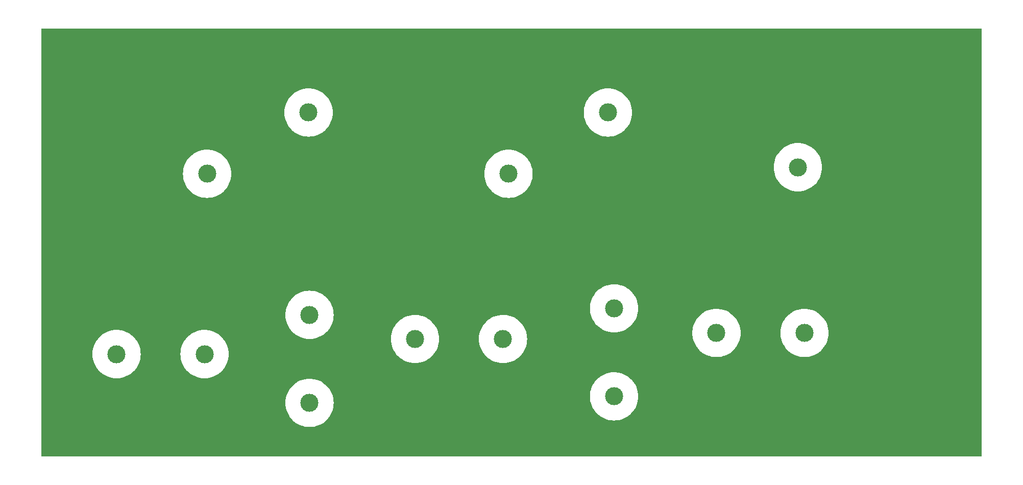
<source format=gbr>
%TF.GenerationSoftware,KiCad,Pcbnew,8.0.5-8.0.5-0~ubuntu24.04.1*%
%TF.CreationDate,2024-10-15T10:42:27+02:00*%
%TF.ProjectId,diplexer,6469706c-6578-4657-922e-6b696361645f,rev?*%
%TF.SameCoordinates,Original*%
%TF.FileFunction,Copper,L2,Bot*%
%TF.FilePolarity,Positive*%
%FSLAX46Y46*%
G04 Gerber Fmt 4.6, Leading zero omitted, Abs format (unit mm)*
G04 Created by KiCad (PCBNEW 8.0.5-8.0.5-0~ubuntu24.04.1) date 2024-10-15 10:42:27*
%MOMM*%
%LPD*%
G01*
G04 APERTURE LIST*
%TA.AperFunction,ComponentPad*%
%ADD10C,3.000000*%
%TD*%
%TA.AperFunction,ComponentPad*%
%ADD11C,5.600000*%
%TD*%
G04 APERTURE END LIST*
D10*
%TO.P,L10,1,1*%
%TO.N,Net-(J1-In)*%
X44987500Y-83500000D03*
%TO.P,L10,2,2*%
%TO.N,Net-(C16-Pad1)*%
X59587500Y-83500000D03*
%TD*%
D11*
%TO.P,J5,1,Pin_1*%
%TO.N,GND*%
X36000000Y-33000000D03*
%TD*%
D10*
%TO.P,L2,1,1*%
%TO.N,Net-(C12-Pad2)*%
X76840000Y-43440000D03*
%TO.P,L2,2,2*%
%TO.N,GND*%
X91440000Y-43440000D03*
%TD*%
%TO.P,L4,1,1*%
%TO.N,Net-(C14-Pad2)*%
X126487500Y-43440000D03*
%TO.P,L4,2,2*%
%TO.N,GND*%
X141087500Y-43440000D03*
%TD*%
%TO.P,L6,1,1*%
%TO.N,Net-(C19-Pad1)*%
X144487500Y-80000000D03*
%TO.P,L6,2,2*%
%TO.N,Net-(J3-In)*%
X159087500Y-80000000D03*
%TD*%
D11*
%TO.P,J7,1,Pin_1*%
%TO.N,GND*%
X185000000Y-33000000D03*
%TD*%
D10*
%TO.P,L7,1,1*%
%TO.N,Net-(C18-Pad1)*%
X127500000Y-90512500D03*
%TO.P,L7,2,2*%
%TO.N,Net-(C19-Pad1)*%
X127500000Y-75912500D03*
%TD*%
%TO.P,L9,1,1*%
%TO.N,Net-(C16-Pad1)*%
X77000000Y-91600000D03*
%TO.P,L9,2,2*%
%TO.N,Net-(C17-Pad1)*%
X77000000Y-77000000D03*
%TD*%
D11*
%TO.P,J11,1,Pin_1*%
%TO.N,GND*%
X185000000Y-65000000D03*
%TD*%
%TO.P,J10,1,Pin_1*%
%TO.N,GND*%
X134000000Y-65000000D03*
%TD*%
%TO.P,J8,1,Pin_1*%
%TO.N,GND*%
X50000000Y-65000000D03*
%TD*%
D10*
%TO.P,L8,1,1*%
%TO.N,Net-(C17-Pad1)*%
X94487500Y-81000000D03*
%TO.P,L8,2,2*%
%TO.N,Net-(C18-Pad1)*%
X109087500Y-81000000D03*
%TD*%
%TO.P,L1,1,1*%
%TO.N,Net-(C1-Pad2)*%
X60000000Y-53600000D03*
%TO.P,L1,2,2*%
%TO.N,GND*%
X60000000Y-39000000D03*
%TD*%
D11*
%TO.P,J6,1,Pin_1*%
%TO.N,GND*%
X185000000Y-97000000D03*
%TD*%
D10*
%TO.P,L5,1,1*%
%TO.N,Net-(J2-In)*%
X158000000Y-52512500D03*
%TO.P,L5,2,2*%
%TO.N,GND*%
X158000000Y-37912500D03*
%TD*%
%TO.P,L3,1,1*%
%TO.N,Net-(C13-Pad2)*%
X110000000Y-53600000D03*
%TO.P,L3,2,2*%
%TO.N,GND*%
X110000000Y-39000000D03*
%TD*%
D11*
%TO.P,J4,1,Pin_1*%
%TO.N,GND*%
X36000000Y-97000000D03*
%TD*%
%TO.P,J9,1,Pin_1*%
%TO.N,GND*%
X96000000Y-65000000D03*
%TD*%
%TA.AperFunction,Conductor*%
%TO.N,GND*%
G36*
X188442539Y-29520185D02*
G01*
X188488294Y-29572989D01*
X188499500Y-29624500D01*
X188499500Y-100375500D01*
X188479815Y-100442539D01*
X188427011Y-100488294D01*
X188375500Y-100499500D01*
X32624500Y-100499500D01*
X32557461Y-100479815D01*
X32511706Y-100427011D01*
X32500500Y-100375500D01*
X32500500Y-91600000D01*
X72994675Y-91600000D01*
X73013962Y-91992591D01*
X73013962Y-91992597D01*
X73013963Y-91992599D01*
X73071637Y-92381406D01*
X73167143Y-92762684D01*
X73299561Y-93132770D01*
X73299562Y-93132772D01*
X73467620Y-93488100D01*
X73539877Y-93608653D01*
X73669694Y-93825239D01*
X73682723Y-93842807D01*
X73903846Y-94140956D01*
X74167807Y-94432192D01*
X74459043Y-94696153D01*
X74459049Y-94696158D01*
X74774761Y-94930306D01*
X74774763Y-94930307D01*
X75111899Y-95132379D01*
X75111902Y-95132380D01*
X75111903Y-95132381D01*
X75467228Y-95300438D01*
X75837316Y-95432857D01*
X76218600Y-95528364D01*
X76607409Y-95586038D01*
X77000000Y-95605325D01*
X77392591Y-95586038D01*
X77781400Y-95528364D01*
X78162684Y-95432857D01*
X78532772Y-95300438D01*
X78888097Y-95132381D01*
X79225239Y-94930306D01*
X79540951Y-94696158D01*
X79832192Y-94432192D01*
X80096158Y-94140951D01*
X80330306Y-93825239D01*
X80532381Y-93488097D01*
X80700438Y-93132772D01*
X80832857Y-92762684D01*
X80928364Y-92381400D01*
X80986038Y-91992591D01*
X81005325Y-91600000D01*
X80986038Y-91207409D01*
X80928364Y-90818600D01*
X80851690Y-90512500D01*
X123494675Y-90512500D01*
X123513962Y-90905091D01*
X123513962Y-90905097D01*
X123513963Y-90905099D01*
X123571637Y-91293906D01*
X123667143Y-91675184D01*
X123799561Y-92045270D01*
X123799562Y-92045272D01*
X123967620Y-92400600D01*
X124169692Y-92737736D01*
X124169694Y-92737739D01*
X124188194Y-92762684D01*
X124403846Y-93053456D01*
X124667807Y-93344692D01*
X124959043Y-93608653D01*
X124959049Y-93608658D01*
X125274761Y-93842806D01*
X125274763Y-93842807D01*
X125611899Y-94044879D01*
X125611902Y-94044880D01*
X125611903Y-94044881D01*
X125967228Y-94212938D01*
X126337316Y-94345357D01*
X126718600Y-94440864D01*
X127107409Y-94498538D01*
X127500000Y-94517825D01*
X127892591Y-94498538D01*
X128281400Y-94440864D01*
X128662684Y-94345357D01*
X129032772Y-94212938D01*
X129388097Y-94044881D01*
X129725239Y-93842806D01*
X130040951Y-93608658D01*
X130332192Y-93344692D01*
X130596158Y-93053451D01*
X130830306Y-92737739D01*
X131032381Y-92400597D01*
X131200438Y-92045272D01*
X131332857Y-91675184D01*
X131428364Y-91293900D01*
X131486038Y-90905091D01*
X131505325Y-90512500D01*
X131486038Y-90119909D01*
X131428364Y-89731100D01*
X131332857Y-89349816D01*
X131200438Y-88979728D01*
X131032381Y-88624403D01*
X130830306Y-88287261D01*
X130596158Y-87971549D01*
X130530912Y-87899561D01*
X130332192Y-87680307D01*
X130040956Y-87416346D01*
X129928384Y-87332857D01*
X129725239Y-87182194D01*
X129725236Y-87182192D01*
X129388100Y-86980120D01*
X129032772Y-86812062D01*
X129032770Y-86812061D01*
X128662684Y-86679643D01*
X128281406Y-86584137D01*
X128281401Y-86584136D01*
X128281400Y-86584136D01*
X128137256Y-86562754D01*
X127892599Y-86526463D01*
X127892597Y-86526462D01*
X127892591Y-86526462D01*
X127500000Y-86507175D01*
X127107409Y-86526462D01*
X127107403Y-86526462D01*
X127107400Y-86526463D01*
X126718593Y-86584137D01*
X126337315Y-86679643D01*
X125967229Y-86812061D01*
X125967227Y-86812062D01*
X125611899Y-86980120D01*
X125274763Y-87182192D01*
X124959043Y-87416346D01*
X124667807Y-87680307D01*
X124403846Y-87971543D01*
X124169692Y-88287263D01*
X123967620Y-88624399D01*
X123799562Y-88979727D01*
X123799561Y-88979729D01*
X123667143Y-89349815D01*
X123571637Y-89731093D01*
X123521777Y-90067227D01*
X123513962Y-90119909D01*
X123494675Y-90512500D01*
X80851690Y-90512500D01*
X80832857Y-90437316D01*
X80700438Y-90067228D01*
X80532381Y-89711903D01*
X80330306Y-89374761D01*
X80096158Y-89059049D01*
X80096153Y-89059043D01*
X79832192Y-88767807D01*
X79540956Y-88503846D01*
X79225236Y-88269692D01*
X78888100Y-88067620D01*
X78532772Y-87899562D01*
X78532770Y-87899561D01*
X78162684Y-87767143D01*
X77781406Y-87671637D01*
X77781401Y-87671636D01*
X77781400Y-87671636D01*
X77637256Y-87650254D01*
X77392599Y-87613963D01*
X77392597Y-87613962D01*
X77392591Y-87613962D01*
X77000000Y-87594675D01*
X76607409Y-87613962D01*
X76607403Y-87613962D01*
X76607400Y-87613963D01*
X76218593Y-87671637D01*
X75837315Y-87767143D01*
X75467229Y-87899561D01*
X75467227Y-87899562D01*
X75111899Y-88067620D01*
X74774763Y-88269692D01*
X74459043Y-88503846D01*
X74167807Y-88767807D01*
X73903846Y-89059043D01*
X73669692Y-89374763D01*
X73467620Y-89711899D01*
X73299562Y-90067227D01*
X73299561Y-90067229D01*
X73167143Y-90437315D01*
X73071637Y-90818593D01*
X73071636Y-90818600D01*
X73013962Y-91207409D01*
X72994675Y-91600000D01*
X32500500Y-91600000D01*
X32500500Y-83500000D01*
X40982175Y-83500000D01*
X41001462Y-83892591D01*
X41001462Y-83892597D01*
X41001463Y-83892599D01*
X41059137Y-84281406D01*
X41154643Y-84662684D01*
X41287061Y-85032770D01*
X41287062Y-85032772D01*
X41455120Y-85388100D01*
X41657192Y-85725236D01*
X41891346Y-86040956D01*
X42155307Y-86332192D01*
X42446543Y-86596153D01*
X42446549Y-86596158D01*
X42762261Y-86830306D01*
X42762263Y-86830307D01*
X43099399Y-87032379D01*
X43099402Y-87032380D01*
X43099403Y-87032381D01*
X43454728Y-87200438D01*
X43824816Y-87332857D01*
X44206100Y-87428364D01*
X44594909Y-87486038D01*
X44987500Y-87505325D01*
X45380091Y-87486038D01*
X45768900Y-87428364D01*
X46150184Y-87332857D01*
X46520272Y-87200438D01*
X46875597Y-87032381D01*
X47212739Y-86830306D01*
X47528451Y-86596158D01*
X47819692Y-86332192D01*
X48083658Y-86040951D01*
X48317806Y-85725239D01*
X48519881Y-85388097D01*
X48687938Y-85032772D01*
X48820357Y-84662684D01*
X48915864Y-84281400D01*
X48973538Y-83892591D01*
X48992825Y-83500000D01*
X55582175Y-83500000D01*
X55601462Y-83892591D01*
X55601462Y-83892597D01*
X55601463Y-83892599D01*
X55659137Y-84281406D01*
X55754643Y-84662684D01*
X55887061Y-85032770D01*
X55887062Y-85032772D01*
X56055120Y-85388100D01*
X56257192Y-85725236D01*
X56491346Y-86040956D01*
X56755307Y-86332192D01*
X57046543Y-86596153D01*
X57046549Y-86596158D01*
X57362261Y-86830306D01*
X57362263Y-86830307D01*
X57699399Y-87032379D01*
X57699402Y-87032380D01*
X57699403Y-87032381D01*
X58054728Y-87200438D01*
X58424816Y-87332857D01*
X58806100Y-87428364D01*
X59194909Y-87486038D01*
X59587500Y-87505325D01*
X59980091Y-87486038D01*
X60368900Y-87428364D01*
X60750184Y-87332857D01*
X61120272Y-87200438D01*
X61475597Y-87032381D01*
X61812739Y-86830306D01*
X62128451Y-86596158D01*
X62419692Y-86332192D01*
X62683658Y-86040951D01*
X62917806Y-85725239D01*
X63119881Y-85388097D01*
X63287938Y-85032772D01*
X63420357Y-84662684D01*
X63515864Y-84281400D01*
X63573538Y-83892591D01*
X63592825Y-83500000D01*
X63573538Y-83107409D01*
X63515864Y-82718600D01*
X63420357Y-82337316D01*
X63287938Y-81967228D01*
X63119881Y-81611903D01*
X62917806Y-81274761D01*
X62683658Y-80959049D01*
X62655845Y-80928362D01*
X62419692Y-80667807D01*
X62128456Y-80403846D01*
X62113291Y-80392599D01*
X61812739Y-80169694D01*
X61690052Y-80096158D01*
X61475600Y-79967620D01*
X61120272Y-79799562D01*
X61120270Y-79799561D01*
X60750184Y-79667143D01*
X60368906Y-79571637D01*
X60368901Y-79571636D01*
X60368900Y-79571636D01*
X60162071Y-79540956D01*
X59980099Y-79513963D01*
X59980097Y-79513962D01*
X59980091Y-79513962D01*
X59587500Y-79494675D01*
X59194909Y-79513962D01*
X59194903Y-79513962D01*
X59194900Y-79513963D01*
X58806093Y-79571637D01*
X58424815Y-79667143D01*
X58054729Y-79799561D01*
X58054727Y-79799562D01*
X57699399Y-79967620D01*
X57362263Y-80169692D01*
X57046543Y-80403846D01*
X56755307Y-80667807D01*
X56491346Y-80959043D01*
X56257192Y-81274763D01*
X56055120Y-81611899D01*
X55887062Y-81967227D01*
X55887061Y-81967229D01*
X55754643Y-82337315D01*
X55659137Y-82718593D01*
X55603132Y-83096153D01*
X55601462Y-83107409D01*
X55582175Y-83500000D01*
X48992825Y-83500000D01*
X48973538Y-83107409D01*
X48915864Y-82718600D01*
X48820357Y-82337316D01*
X48687938Y-81967228D01*
X48519881Y-81611903D01*
X48317806Y-81274761D01*
X48083658Y-80959049D01*
X48055845Y-80928362D01*
X47819692Y-80667807D01*
X47528456Y-80403846D01*
X47513291Y-80392599D01*
X47212739Y-80169694D01*
X47090052Y-80096158D01*
X46875600Y-79967620D01*
X46520272Y-79799562D01*
X46520270Y-79799561D01*
X46150184Y-79667143D01*
X45768906Y-79571637D01*
X45768901Y-79571636D01*
X45768900Y-79571636D01*
X45562071Y-79540956D01*
X45380099Y-79513963D01*
X45380097Y-79513962D01*
X45380091Y-79513962D01*
X44987500Y-79494675D01*
X44594909Y-79513962D01*
X44594903Y-79513962D01*
X44594900Y-79513963D01*
X44206093Y-79571637D01*
X43824815Y-79667143D01*
X43454729Y-79799561D01*
X43454727Y-79799562D01*
X43099399Y-79967620D01*
X42762263Y-80169692D01*
X42446543Y-80403846D01*
X42155307Y-80667807D01*
X41891346Y-80959043D01*
X41657192Y-81274763D01*
X41455120Y-81611899D01*
X41287062Y-81967227D01*
X41287061Y-81967229D01*
X41154643Y-82337315D01*
X41059137Y-82718593D01*
X41003132Y-83096153D01*
X41001462Y-83107409D01*
X40982175Y-83500000D01*
X32500500Y-83500000D01*
X32500500Y-77000000D01*
X72994675Y-77000000D01*
X73013962Y-77392591D01*
X73013962Y-77392597D01*
X73013963Y-77392599D01*
X73071637Y-77781406D01*
X73167143Y-78162684D01*
X73299561Y-78532770D01*
X73299562Y-78532772D01*
X73467620Y-78888100D01*
X73665715Y-79218600D01*
X73669694Y-79225239D01*
X73883826Y-79513963D01*
X73903846Y-79540956D01*
X74167807Y-79832192D01*
X74317228Y-79967619D01*
X74459049Y-80096158D01*
X74774761Y-80330306D01*
X74774763Y-80330307D01*
X75111899Y-80532379D01*
X75111902Y-80532380D01*
X75111903Y-80532381D01*
X75467228Y-80700438D01*
X75837316Y-80832857D01*
X76218600Y-80928364D01*
X76607409Y-80986038D01*
X77000000Y-81005325D01*
X77108392Y-81000000D01*
X90482175Y-81000000D01*
X90501462Y-81392591D01*
X90501462Y-81392597D01*
X90501463Y-81392599D01*
X90559137Y-81781406D01*
X90654643Y-82162684D01*
X90787061Y-82532770D01*
X90787062Y-82532772D01*
X90955120Y-82888100D01*
X91157192Y-83225236D01*
X91391346Y-83540956D01*
X91655307Y-83832192D01*
X91846329Y-84005324D01*
X91946549Y-84096158D01*
X92262261Y-84330306D01*
X92262263Y-84330307D01*
X92599399Y-84532379D01*
X92599402Y-84532380D01*
X92599403Y-84532381D01*
X92954728Y-84700438D01*
X93324816Y-84832857D01*
X93706100Y-84928364D01*
X94094909Y-84986038D01*
X94487500Y-85005325D01*
X94880091Y-84986038D01*
X95268900Y-84928364D01*
X95650184Y-84832857D01*
X96020272Y-84700438D01*
X96375597Y-84532381D01*
X96712739Y-84330306D01*
X97028451Y-84096158D01*
X97319692Y-83832192D01*
X97583658Y-83540951D01*
X97817806Y-83225239D01*
X98019881Y-82888097D01*
X98187938Y-82532772D01*
X98320357Y-82162684D01*
X98415864Y-81781400D01*
X98473538Y-81392591D01*
X98492825Y-81000000D01*
X105082175Y-81000000D01*
X105101462Y-81392591D01*
X105101462Y-81392597D01*
X105101463Y-81392599D01*
X105159137Y-81781406D01*
X105254643Y-82162684D01*
X105387061Y-82532770D01*
X105387062Y-82532772D01*
X105555120Y-82888100D01*
X105757192Y-83225236D01*
X105991346Y-83540956D01*
X106255307Y-83832192D01*
X106446329Y-84005324D01*
X106546549Y-84096158D01*
X106862261Y-84330306D01*
X106862263Y-84330307D01*
X107199399Y-84532379D01*
X107199402Y-84532380D01*
X107199403Y-84532381D01*
X107554728Y-84700438D01*
X107924816Y-84832857D01*
X108306100Y-84928364D01*
X108694909Y-84986038D01*
X109087500Y-85005325D01*
X109480091Y-84986038D01*
X109868900Y-84928364D01*
X110250184Y-84832857D01*
X110620272Y-84700438D01*
X110975597Y-84532381D01*
X111312739Y-84330306D01*
X111628451Y-84096158D01*
X111919692Y-83832192D01*
X112183658Y-83540951D01*
X112417806Y-83225239D01*
X112619881Y-82888097D01*
X112787938Y-82532772D01*
X112920357Y-82162684D01*
X113015864Y-81781400D01*
X113073538Y-81392591D01*
X113092825Y-81000000D01*
X113073538Y-80607409D01*
X113015864Y-80218600D01*
X112961107Y-80000000D01*
X140482175Y-80000000D01*
X140501462Y-80392591D01*
X140501462Y-80392597D01*
X140501463Y-80392599D01*
X140522197Y-80532379D01*
X140547126Y-80700438D01*
X140559137Y-80781406D01*
X140654643Y-81162684D01*
X140787061Y-81532770D01*
X140787062Y-81532772D01*
X140955120Y-81888100D01*
X141157192Y-82225236D01*
X141391346Y-82540956D01*
X141655307Y-82832192D01*
X141946543Y-83096153D01*
X141946549Y-83096158D01*
X142262261Y-83330306D01*
X142262263Y-83330307D01*
X142599399Y-83532379D01*
X142599402Y-83532380D01*
X142599403Y-83532381D01*
X142954728Y-83700438D01*
X143324816Y-83832857D01*
X143706100Y-83928364D01*
X144094909Y-83986038D01*
X144487500Y-84005325D01*
X144880091Y-83986038D01*
X145268900Y-83928364D01*
X145650184Y-83832857D01*
X146020272Y-83700438D01*
X146375597Y-83532381D01*
X146712739Y-83330306D01*
X147028451Y-83096158D01*
X147319692Y-82832192D01*
X147583658Y-82540951D01*
X147817806Y-82225239D01*
X148019881Y-81888097D01*
X148187938Y-81532772D01*
X148320357Y-81162684D01*
X148415864Y-80781400D01*
X148473538Y-80392591D01*
X148492825Y-80000000D01*
X155082175Y-80000000D01*
X155101462Y-80392591D01*
X155101462Y-80392597D01*
X155101463Y-80392599D01*
X155122197Y-80532379D01*
X155147126Y-80700438D01*
X155159137Y-80781406D01*
X155254643Y-81162684D01*
X155387061Y-81532770D01*
X155387062Y-81532772D01*
X155555120Y-81888100D01*
X155757192Y-82225236D01*
X155991346Y-82540956D01*
X156255307Y-82832192D01*
X156546543Y-83096153D01*
X156546549Y-83096158D01*
X156862261Y-83330306D01*
X156862263Y-83330307D01*
X157199399Y-83532379D01*
X157199402Y-83532380D01*
X157199403Y-83532381D01*
X157554728Y-83700438D01*
X157924816Y-83832857D01*
X158306100Y-83928364D01*
X158694909Y-83986038D01*
X159087500Y-84005325D01*
X159480091Y-83986038D01*
X159868900Y-83928364D01*
X160250184Y-83832857D01*
X160620272Y-83700438D01*
X160975597Y-83532381D01*
X161312739Y-83330306D01*
X161628451Y-83096158D01*
X161919692Y-82832192D01*
X162183658Y-82540951D01*
X162417806Y-82225239D01*
X162619881Y-81888097D01*
X162787938Y-81532772D01*
X162920357Y-81162684D01*
X163015864Y-80781400D01*
X163073538Y-80392591D01*
X163092825Y-80000000D01*
X163073538Y-79607409D01*
X163015864Y-79218600D01*
X162920357Y-78837316D01*
X162787938Y-78467228D01*
X162619881Y-78111903D01*
X162417806Y-77774761D01*
X162183658Y-77459049D01*
X162183653Y-77459043D01*
X161919692Y-77167807D01*
X161628456Y-76903846D01*
X161312736Y-76669692D01*
X160975600Y-76467620D01*
X160620272Y-76299562D01*
X160620270Y-76299561D01*
X160250184Y-76167143D01*
X159868906Y-76071637D01*
X159868901Y-76071636D01*
X159868900Y-76071636D01*
X159724756Y-76050254D01*
X159480099Y-76013963D01*
X159480097Y-76013962D01*
X159480091Y-76013962D01*
X159087500Y-75994675D01*
X158694909Y-76013962D01*
X158694903Y-76013962D01*
X158694900Y-76013963D01*
X158306093Y-76071637D01*
X157924815Y-76167143D01*
X157554729Y-76299561D01*
X157554727Y-76299562D01*
X157199399Y-76467620D01*
X156862263Y-76669692D01*
X156546543Y-76903846D01*
X156255307Y-77167807D01*
X155991346Y-77459043D01*
X155757192Y-77774763D01*
X155555120Y-78111899D01*
X155387062Y-78467227D01*
X155387061Y-78467229D01*
X155254643Y-78837315D01*
X155159137Y-79218593D01*
X155122256Y-79467229D01*
X155101462Y-79607409D01*
X155082175Y-80000000D01*
X148492825Y-80000000D01*
X148473538Y-79607409D01*
X148415864Y-79218600D01*
X148320357Y-78837316D01*
X148187938Y-78467228D01*
X148019881Y-78111903D01*
X147817806Y-77774761D01*
X147583658Y-77459049D01*
X147583653Y-77459043D01*
X147319692Y-77167807D01*
X147028456Y-76903846D01*
X146712736Y-76669692D01*
X146375600Y-76467620D01*
X146020272Y-76299562D01*
X146020270Y-76299561D01*
X145650184Y-76167143D01*
X145268906Y-76071637D01*
X145268901Y-76071636D01*
X145268900Y-76071636D01*
X145124756Y-76050254D01*
X144880099Y-76013963D01*
X144880097Y-76013962D01*
X144880091Y-76013962D01*
X144487500Y-75994675D01*
X144094909Y-76013962D01*
X144094903Y-76013962D01*
X144094900Y-76013963D01*
X143706093Y-76071637D01*
X143324815Y-76167143D01*
X142954729Y-76299561D01*
X142954727Y-76299562D01*
X142599399Y-76467620D01*
X142262263Y-76669692D01*
X141946543Y-76903846D01*
X141655307Y-77167807D01*
X141391346Y-77459043D01*
X141157192Y-77774763D01*
X140955120Y-78111899D01*
X140787062Y-78467227D01*
X140787061Y-78467229D01*
X140654643Y-78837315D01*
X140559137Y-79218593D01*
X140522256Y-79467229D01*
X140501462Y-79607409D01*
X140482175Y-80000000D01*
X112961107Y-80000000D01*
X112920357Y-79837316D01*
X112787938Y-79467228D01*
X112619881Y-79111903D01*
X112557998Y-79008658D01*
X112417807Y-78774763D01*
X112395505Y-78744692D01*
X112183658Y-78459049D01*
X112178589Y-78453456D01*
X111919692Y-78167807D01*
X111628456Y-77903846D01*
X111312736Y-77669692D01*
X110975600Y-77467620D01*
X110620272Y-77299562D01*
X110620270Y-77299561D01*
X110250184Y-77167143D01*
X109868906Y-77071637D01*
X109868901Y-77071636D01*
X109868900Y-77071636D01*
X109724756Y-77050254D01*
X109480099Y-77013963D01*
X109480097Y-77013962D01*
X109480091Y-77013962D01*
X109087500Y-76994675D01*
X108694909Y-77013962D01*
X108694903Y-77013962D01*
X108694900Y-77013963D01*
X108306093Y-77071637D01*
X107924815Y-77167143D01*
X107554729Y-77299561D01*
X107554727Y-77299562D01*
X107199399Y-77467620D01*
X106862263Y-77669692D01*
X106546543Y-77903846D01*
X106255307Y-78167807D01*
X105991346Y-78459043D01*
X105757192Y-78774763D01*
X105555120Y-79111899D01*
X105387062Y-79467227D01*
X105387061Y-79467229D01*
X105254643Y-79837315D01*
X105159137Y-80218593D01*
X105112592Y-80532379D01*
X105101462Y-80607409D01*
X105082175Y-81000000D01*
X98492825Y-81000000D01*
X98473538Y-80607409D01*
X98415864Y-80218600D01*
X98320357Y-79837316D01*
X98187938Y-79467228D01*
X98019881Y-79111903D01*
X97957998Y-79008658D01*
X97817807Y-78774763D01*
X97795505Y-78744692D01*
X97583658Y-78459049D01*
X97578589Y-78453456D01*
X97319692Y-78167807D01*
X97028456Y-77903846D01*
X96712736Y-77669692D01*
X96375600Y-77467620D01*
X96020272Y-77299562D01*
X96020270Y-77299561D01*
X95650184Y-77167143D01*
X95268906Y-77071637D01*
X95268901Y-77071636D01*
X95268900Y-77071636D01*
X95124756Y-77050254D01*
X94880099Y-77013963D01*
X94880097Y-77013962D01*
X94880091Y-77013962D01*
X94487500Y-76994675D01*
X94094909Y-77013962D01*
X94094903Y-77013962D01*
X94094900Y-77013963D01*
X93706093Y-77071637D01*
X93324815Y-77167143D01*
X92954729Y-77299561D01*
X92954727Y-77299562D01*
X92599399Y-77467620D01*
X92262263Y-77669692D01*
X91946543Y-77903846D01*
X91655307Y-78167807D01*
X91391346Y-78459043D01*
X91157192Y-78774763D01*
X90955120Y-79111899D01*
X90787062Y-79467227D01*
X90787061Y-79467229D01*
X90654643Y-79837315D01*
X90559137Y-80218593D01*
X90512592Y-80532379D01*
X90501462Y-80607409D01*
X90482175Y-81000000D01*
X77108392Y-81000000D01*
X77392591Y-80986038D01*
X77781400Y-80928364D01*
X78162684Y-80832857D01*
X78532772Y-80700438D01*
X78888097Y-80532381D01*
X79225239Y-80330306D01*
X79540951Y-80096158D01*
X79832192Y-79832192D01*
X80096158Y-79540951D01*
X80330306Y-79225239D01*
X80532381Y-78888097D01*
X80700438Y-78532772D01*
X80832857Y-78162684D01*
X80928364Y-77781400D01*
X80986038Y-77392591D01*
X81005325Y-77000000D01*
X80986038Y-76607409D01*
X80928364Y-76218600D01*
X80851690Y-75912500D01*
X123494675Y-75912500D01*
X123513962Y-76305091D01*
X123513962Y-76305097D01*
X123513963Y-76305099D01*
X123571637Y-76693906D01*
X123667143Y-77075184D01*
X123799561Y-77445270D01*
X123799562Y-77445272D01*
X123967620Y-77800600D01*
X124169692Y-78137736D01*
X124169694Y-78137739D01*
X124188194Y-78162684D01*
X124403846Y-78453456D01*
X124667807Y-78744692D01*
X124959043Y-79008653D01*
X124959049Y-79008658D01*
X125274761Y-79242806D01*
X125274763Y-79242807D01*
X125611899Y-79444879D01*
X125611902Y-79444880D01*
X125611903Y-79444881D01*
X125967228Y-79612938D01*
X126337316Y-79745357D01*
X126718600Y-79840864D01*
X127107409Y-79898538D01*
X127500000Y-79917825D01*
X127892591Y-79898538D01*
X128281400Y-79840864D01*
X128662684Y-79745357D01*
X129032772Y-79612938D01*
X129388097Y-79444881D01*
X129725239Y-79242806D01*
X130040951Y-79008658D01*
X130332192Y-78744692D01*
X130596158Y-78453451D01*
X130830306Y-78137739D01*
X131032381Y-77800597D01*
X131200438Y-77445272D01*
X131332857Y-77075184D01*
X131428364Y-76693900D01*
X131486038Y-76305091D01*
X131505325Y-75912500D01*
X131486038Y-75519909D01*
X131428364Y-75131100D01*
X131332857Y-74749816D01*
X131200438Y-74379728D01*
X131032381Y-74024403D01*
X130830306Y-73687261D01*
X130596158Y-73371549D01*
X130530912Y-73299561D01*
X130332192Y-73080307D01*
X130040956Y-72816346D01*
X129725236Y-72582192D01*
X129388100Y-72380120D01*
X129032772Y-72212062D01*
X129032770Y-72212061D01*
X128662684Y-72079643D01*
X128281406Y-71984137D01*
X128281401Y-71984136D01*
X128281400Y-71984136D01*
X128137256Y-71962754D01*
X127892599Y-71926463D01*
X127892597Y-71926462D01*
X127892591Y-71926462D01*
X127500000Y-71907175D01*
X127107409Y-71926462D01*
X127107403Y-71926462D01*
X127107400Y-71926463D01*
X126718593Y-71984137D01*
X126337315Y-72079643D01*
X125967229Y-72212061D01*
X125967227Y-72212062D01*
X125611899Y-72380120D01*
X125274763Y-72582192D01*
X124959043Y-72816346D01*
X124667807Y-73080307D01*
X124403846Y-73371543D01*
X124169692Y-73687263D01*
X123967620Y-74024399D01*
X123799562Y-74379727D01*
X123799561Y-74379729D01*
X123667143Y-74749815D01*
X123571637Y-75131093D01*
X123521777Y-75467227D01*
X123513962Y-75519909D01*
X123494675Y-75912500D01*
X80851690Y-75912500D01*
X80832857Y-75837316D01*
X80700438Y-75467228D01*
X80532381Y-75111903D01*
X80330306Y-74774761D01*
X80096158Y-74459049D01*
X80096153Y-74459043D01*
X79832192Y-74167807D01*
X79540956Y-73903846D01*
X79225236Y-73669692D01*
X78888100Y-73467620D01*
X78532772Y-73299562D01*
X78532770Y-73299561D01*
X78162684Y-73167143D01*
X77781406Y-73071637D01*
X77781401Y-73071636D01*
X77781400Y-73071636D01*
X77637256Y-73050254D01*
X77392599Y-73013963D01*
X77392597Y-73013962D01*
X77392591Y-73013962D01*
X77000000Y-72994675D01*
X76607409Y-73013962D01*
X76607403Y-73013962D01*
X76607400Y-73013963D01*
X76218593Y-73071637D01*
X75837315Y-73167143D01*
X75467229Y-73299561D01*
X75467227Y-73299562D01*
X75111899Y-73467620D01*
X74774763Y-73669692D01*
X74459043Y-73903846D01*
X74167807Y-74167807D01*
X73903846Y-74459043D01*
X73669692Y-74774763D01*
X73467620Y-75111899D01*
X73299562Y-75467227D01*
X73299561Y-75467229D01*
X73167143Y-75837315D01*
X73071637Y-76218593D01*
X73034698Y-76467620D01*
X73013962Y-76607409D01*
X72994675Y-77000000D01*
X32500500Y-77000000D01*
X32500500Y-53600000D01*
X55994675Y-53600000D01*
X56013962Y-53992591D01*
X56013962Y-53992597D01*
X56013963Y-53992599D01*
X56071637Y-54381406D01*
X56167143Y-54762684D01*
X56299561Y-55132770D01*
X56299562Y-55132772D01*
X56467620Y-55488100D01*
X56539877Y-55608653D01*
X56669694Y-55825239D01*
X56682723Y-55842807D01*
X56903846Y-56140956D01*
X57167807Y-56432192D01*
X57459043Y-56696153D01*
X57459049Y-56696158D01*
X57774761Y-56930306D01*
X57774763Y-56930307D01*
X58111899Y-57132379D01*
X58111902Y-57132380D01*
X58111903Y-57132381D01*
X58467228Y-57300438D01*
X58837316Y-57432857D01*
X59218600Y-57528364D01*
X59607409Y-57586038D01*
X60000000Y-57605325D01*
X60392591Y-57586038D01*
X60781400Y-57528364D01*
X61162684Y-57432857D01*
X61532772Y-57300438D01*
X61888097Y-57132381D01*
X62225239Y-56930306D01*
X62540951Y-56696158D01*
X62832192Y-56432192D01*
X63096158Y-56140951D01*
X63330306Y-55825239D01*
X63532381Y-55488097D01*
X63700438Y-55132772D01*
X63832857Y-54762684D01*
X63928364Y-54381400D01*
X63986038Y-53992591D01*
X64005325Y-53600000D01*
X105994675Y-53600000D01*
X106013962Y-53992591D01*
X106013962Y-53992597D01*
X106013963Y-53992599D01*
X106071637Y-54381406D01*
X106167143Y-54762684D01*
X106299561Y-55132770D01*
X106299562Y-55132772D01*
X106467620Y-55488100D01*
X106539877Y-55608653D01*
X106669694Y-55825239D01*
X106682723Y-55842807D01*
X106903846Y-56140956D01*
X107167807Y-56432192D01*
X107459043Y-56696153D01*
X107459049Y-56696158D01*
X107774761Y-56930306D01*
X107774763Y-56930307D01*
X108111899Y-57132379D01*
X108111902Y-57132380D01*
X108111903Y-57132381D01*
X108467228Y-57300438D01*
X108837316Y-57432857D01*
X109218600Y-57528364D01*
X109607409Y-57586038D01*
X110000000Y-57605325D01*
X110392591Y-57586038D01*
X110781400Y-57528364D01*
X111162684Y-57432857D01*
X111532772Y-57300438D01*
X111888097Y-57132381D01*
X112225239Y-56930306D01*
X112540951Y-56696158D01*
X112832192Y-56432192D01*
X113096158Y-56140951D01*
X113330306Y-55825239D01*
X113532381Y-55488097D01*
X113700438Y-55132772D01*
X113832857Y-54762684D01*
X113928364Y-54381400D01*
X113986038Y-53992591D01*
X114005325Y-53600000D01*
X113986038Y-53207409D01*
X113928364Y-52818600D01*
X113851690Y-52512500D01*
X153994675Y-52512500D01*
X154013962Y-52905091D01*
X154013962Y-52905097D01*
X154013963Y-52905099D01*
X154071637Y-53293906D01*
X154167143Y-53675184D01*
X154299561Y-54045270D01*
X154299562Y-54045272D01*
X154467620Y-54400600D01*
X154669692Y-54737736D01*
X154669694Y-54737739D01*
X154688194Y-54762684D01*
X154903846Y-55053456D01*
X155167807Y-55344692D01*
X155459043Y-55608653D01*
X155459049Y-55608658D01*
X155774761Y-55842806D01*
X155774763Y-55842807D01*
X156111899Y-56044879D01*
X156111902Y-56044880D01*
X156111903Y-56044881D01*
X156467228Y-56212938D01*
X156837316Y-56345357D01*
X157218600Y-56440864D01*
X157607409Y-56498538D01*
X158000000Y-56517825D01*
X158392591Y-56498538D01*
X158781400Y-56440864D01*
X159162684Y-56345357D01*
X159532772Y-56212938D01*
X159888097Y-56044881D01*
X160225239Y-55842806D01*
X160540951Y-55608658D01*
X160832192Y-55344692D01*
X161096158Y-55053451D01*
X161330306Y-54737739D01*
X161532381Y-54400597D01*
X161700438Y-54045272D01*
X161832857Y-53675184D01*
X161928364Y-53293900D01*
X161986038Y-52905091D01*
X162005325Y-52512500D01*
X161986038Y-52119909D01*
X161928364Y-51731100D01*
X161832857Y-51349816D01*
X161700438Y-50979728D01*
X161532381Y-50624403D01*
X161330306Y-50287261D01*
X161096158Y-49971549D01*
X161030912Y-49899561D01*
X160832192Y-49680307D01*
X160540956Y-49416346D01*
X160225236Y-49182192D01*
X159888100Y-48980120D01*
X159532772Y-48812062D01*
X159532770Y-48812061D01*
X159162684Y-48679643D01*
X158781406Y-48584137D01*
X158781401Y-48584136D01*
X158781400Y-48584136D01*
X158637256Y-48562754D01*
X158392599Y-48526463D01*
X158392597Y-48526462D01*
X158392591Y-48526462D01*
X158000000Y-48507175D01*
X157607409Y-48526462D01*
X157607403Y-48526462D01*
X157607400Y-48526463D01*
X157218593Y-48584137D01*
X156837315Y-48679643D01*
X156467229Y-48812061D01*
X156467227Y-48812062D01*
X156111899Y-48980120D01*
X155774763Y-49182192D01*
X155459043Y-49416346D01*
X155167807Y-49680307D01*
X154903846Y-49971543D01*
X154669692Y-50287263D01*
X154467620Y-50624399D01*
X154299562Y-50979727D01*
X154299561Y-50979729D01*
X154167143Y-51349815D01*
X154071637Y-51731093D01*
X154021777Y-52067227D01*
X154013962Y-52119909D01*
X153994675Y-52512500D01*
X113851690Y-52512500D01*
X113832857Y-52437316D01*
X113700438Y-52067228D01*
X113532381Y-51711903D01*
X113330306Y-51374761D01*
X113096158Y-51059049D01*
X113096153Y-51059043D01*
X112832192Y-50767807D01*
X112540956Y-50503846D01*
X112225236Y-50269692D01*
X111888100Y-50067620D01*
X111532772Y-49899562D01*
X111532770Y-49899561D01*
X111162684Y-49767143D01*
X110781406Y-49671637D01*
X110781401Y-49671636D01*
X110781400Y-49671636D01*
X110637256Y-49650254D01*
X110392599Y-49613963D01*
X110392597Y-49613962D01*
X110392591Y-49613962D01*
X110000000Y-49594675D01*
X109607409Y-49613962D01*
X109607403Y-49613962D01*
X109607400Y-49613963D01*
X109218593Y-49671637D01*
X108837315Y-49767143D01*
X108467229Y-49899561D01*
X108467227Y-49899562D01*
X108111899Y-50067620D01*
X107774763Y-50269692D01*
X107459043Y-50503846D01*
X107167807Y-50767807D01*
X106903846Y-51059043D01*
X106669692Y-51374763D01*
X106467620Y-51711899D01*
X106299562Y-52067227D01*
X106299561Y-52067229D01*
X106167143Y-52437315D01*
X106071637Y-52818593D01*
X106071636Y-52818600D01*
X106013962Y-53207409D01*
X105994675Y-53600000D01*
X64005325Y-53600000D01*
X63986038Y-53207409D01*
X63928364Y-52818600D01*
X63832857Y-52437316D01*
X63700438Y-52067228D01*
X63532381Y-51711903D01*
X63330306Y-51374761D01*
X63096158Y-51059049D01*
X63096153Y-51059043D01*
X62832192Y-50767807D01*
X62540956Y-50503846D01*
X62225236Y-50269692D01*
X61888100Y-50067620D01*
X61532772Y-49899562D01*
X61532770Y-49899561D01*
X61162684Y-49767143D01*
X60781406Y-49671637D01*
X60781401Y-49671636D01*
X60781400Y-49671636D01*
X60637256Y-49650254D01*
X60392599Y-49613963D01*
X60392597Y-49613962D01*
X60392591Y-49613962D01*
X60000000Y-49594675D01*
X59607409Y-49613962D01*
X59607403Y-49613962D01*
X59607400Y-49613963D01*
X59218593Y-49671637D01*
X58837315Y-49767143D01*
X58467229Y-49899561D01*
X58467227Y-49899562D01*
X58111899Y-50067620D01*
X57774763Y-50269692D01*
X57459043Y-50503846D01*
X57167807Y-50767807D01*
X56903846Y-51059043D01*
X56669692Y-51374763D01*
X56467620Y-51711899D01*
X56299562Y-52067227D01*
X56299561Y-52067229D01*
X56167143Y-52437315D01*
X56071637Y-52818593D01*
X56071636Y-52818600D01*
X56013962Y-53207409D01*
X55994675Y-53600000D01*
X32500500Y-53600000D01*
X32500500Y-43440000D01*
X72834675Y-43440000D01*
X72853962Y-43832591D01*
X72853962Y-43832597D01*
X72853963Y-43832599D01*
X72911637Y-44221406D01*
X73007143Y-44602684D01*
X73139561Y-44972770D01*
X73139562Y-44972772D01*
X73307620Y-45328100D01*
X73509692Y-45665236D01*
X73743846Y-45980956D01*
X74007807Y-46272192D01*
X74299043Y-46536153D01*
X74299049Y-46536158D01*
X74614761Y-46770306D01*
X74614763Y-46770307D01*
X74951899Y-46972379D01*
X74951902Y-46972380D01*
X74951903Y-46972381D01*
X75307228Y-47140438D01*
X75677316Y-47272857D01*
X76058600Y-47368364D01*
X76447409Y-47426038D01*
X76840000Y-47445325D01*
X77232591Y-47426038D01*
X77621400Y-47368364D01*
X78002684Y-47272857D01*
X78372772Y-47140438D01*
X78728097Y-46972381D01*
X79065239Y-46770306D01*
X79380951Y-46536158D01*
X79672192Y-46272192D01*
X79936158Y-45980951D01*
X80170306Y-45665239D01*
X80372381Y-45328097D01*
X80540438Y-44972772D01*
X80672857Y-44602684D01*
X80768364Y-44221400D01*
X80826038Y-43832591D01*
X80845325Y-43440000D01*
X122482175Y-43440000D01*
X122501462Y-43832591D01*
X122501462Y-43832597D01*
X122501463Y-43832599D01*
X122559137Y-44221406D01*
X122654643Y-44602684D01*
X122787061Y-44972770D01*
X122787062Y-44972772D01*
X122955120Y-45328100D01*
X123157192Y-45665236D01*
X123391346Y-45980956D01*
X123655307Y-46272192D01*
X123946543Y-46536153D01*
X123946549Y-46536158D01*
X124262261Y-46770306D01*
X124262263Y-46770307D01*
X124599399Y-46972379D01*
X124599402Y-46972380D01*
X124599403Y-46972381D01*
X124954728Y-47140438D01*
X125324816Y-47272857D01*
X125706100Y-47368364D01*
X126094909Y-47426038D01*
X126487500Y-47445325D01*
X126880091Y-47426038D01*
X127268900Y-47368364D01*
X127650184Y-47272857D01*
X128020272Y-47140438D01*
X128375597Y-46972381D01*
X128712739Y-46770306D01*
X129028451Y-46536158D01*
X129319692Y-46272192D01*
X129583658Y-45980951D01*
X129817806Y-45665239D01*
X130019881Y-45328097D01*
X130187938Y-44972772D01*
X130320357Y-44602684D01*
X130415864Y-44221400D01*
X130473538Y-43832591D01*
X130492825Y-43440000D01*
X130473538Y-43047409D01*
X130415864Y-42658600D01*
X130320357Y-42277316D01*
X130187938Y-41907228D01*
X130019881Y-41551903D01*
X129817806Y-41214761D01*
X129583658Y-40899049D01*
X129583653Y-40899043D01*
X129319692Y-40607807D01*
X129028456Y-40343846D01*
X128712736Y-40109692D01*
X128375600Y-39907620D01*
X128020272Y-39739562D01*
X128020270Y-39739561D01*
X127650184Y-39607143D01*
X127268906Y-39511637D01*
X127268901Y-39511636D01*
X127268900Y-39511636D01*
X127124756Y-39490254D01*
X126880099Y-39453963D01*
X126880097Y-39453962D01*
X126880091Y-39453962D01*
X126487500Y-39434675D01*
X126094909Y-39453962D01*
X126094903Y-39453962D01*
X126094900Y-39453963D01*
X125706093Y-39511637D01*
X125324815Y-39607143D01*
X124954729Y-39739561D01*
X124954727Y-39739562D01*
X124599399Y-39907620D01*
X124262263Y-40109692D01*
X123946543Y-40343846D01*
X123655307Y-40607807D01*
X123391346Y-40899043D01*
X123157192Y-41214763D01*
X122955120Y-41551899D01*
X122787062Y-41907227D01*
X122787061Y-41907229D01*
X122654643Y-42277315D01*
X122559137Y-42658593D01*
X122559136Y-42658600D01*
X122501462Y-43047409D01*
X122482175Y-43440000D01*
X80845325Y-43440000D01*
X80826038Y-43047409D01*
X80768364Y-42658600D01*
X80672857Y-42277316D01*
X80540438Y-41907228D01*
X80372381Y-41551903D01*
X80170306Y-41214761D01*
X79936158Y-40899049D01*
X79936153Y-40899043D01*
X79672192Y-40607807D01*
X79380956Y-40343846D01*
X79065236Y-40109692D01*
X78728100Y-39907620D01*
X78372772Y-39739562D01*
X78372770Y-39739561D01*
X78002684Y-39607143D01*
X77621406Y-39511637D01*
X77621401Y-39511636D01*
X77621400Y-39511636D01*
X77477256Y-39490254D01*
X77232599Y-39453963D01*
X77232597Y-39453962D01*
X77232591Y-39453962D01*
X76840000Y-39434675D01*
X76447409Y-39453962D01*
X76447403Y-39453962D01*
X76447400Y-39453963D01*
X76058593Y-39511637D01*
X75677315Y-39607143D01*
X75307229Y-39739561D01*
X75307227Y-39739562D01*
X74951899Y-39907620D01*
X74614763Y-40109692D01*
X74299043Y-40343846D01*
X74007807Y-40607807D01*
X73743846Y-40899043D01*
X73509692Y-41214763D01*
X73307620Y-41551899D01*
X73139562Y-41907227D01*
X73139561Y-41907229D01*
X73007143Y-42277315D01*
X72911637Y-42658593D01*
X72911636Y-42658600D01*
X72853962Y-43047409D01*
X72834675Y-43440000D01*
X32500500Y-43440000D01*
X32500500Y-29624500D01*
X32520185Y-29557461D01*
X32572989Y-29511706D01*
X32624500Y-29500500D01*
X188375500Y-29500500D01*
X188442539Y-29520185D01*
G37*
%TD.AperFunction*%
%TD*%
M02*

</source>
